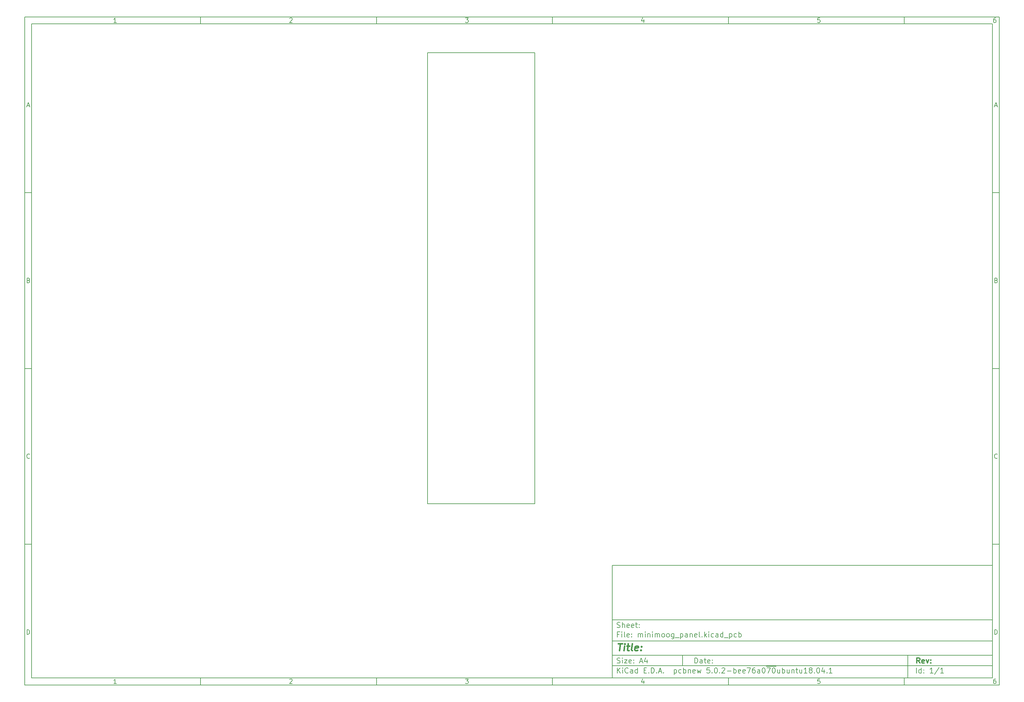
<source format=gbr>
G04 #@! TF.GenerationSoftware,KiCad,Pcbnew,5.0.2-bee76a0~70~ubuntu18.04.1*
G04 #@! TF.CreationDate,2019-05-07T20:11:16+10:00*
G04 #@! TF.ProjectId,minimoog_panel,6d696e69-6d6f-46f6-975f-70616e656c2e,rev?*
G04 #@! TF.SameCoordinates,Original*
G04 #@! TF.FileFunction,Profile,NP*
%FSLAX46Y46*%
G04 Gerber Fmt 4.6, Leading zero omitted, Abs format (unit mm)*
G04 Created by KiCad (PCBNEW 5.0.2-bee76a0~70~ubuntu18.04.1) date Tue 07 May 2019 20:11:16 AEST*
%MOMM*%
%LPD*%
G01*
G04 APERTURE LIST*
%ADD10C,0.100000*%
%ADD11C,0.150000*%
%ADD12C,0.300000*%
%ADD13C,0.400000*%
G04 APERTURE END LIST*
D10*
D11*
X177002200Y-166007200D02*
X177002200Y-198007200D01*
X285002200Y-198007200D01*
X285002200Y-166007200D01*
X177002200Y-166007200D01*
D10*
D11*
X10000000Y-10000000D02*
X10000000Y-200007200D01*
X287002200Y-200007200D01*
X287002200Y-10000000D01*
X10000000Y-10000000D01*
D10*
D11*
X12000000Y-12000000D02*
X12000000Y-198007200D01*
X285002200Y-198007200D01*
X285002200Y-12000000D01*
X12000000Y-12000000D01*
D10*
D11*
X60000000Y-12000000D02*
X60000000Y-10000000D01*
D10*
D11*
X110000000Y-12000000D02*
X110000000Y-10000000D01*
D10*
D11*
X160000000Y-12000000D02*
X160000000Y-10000000D01*
D10*
D11*
X210000000Y-12000000D02*
X210000000Y-10000000D01*
D10*
D11*
X260000000Y-12000000D02*
X260000000Y-10000000D01*
D10*
D11*
X36065476Y-11588095D02*
X35322619Y-11588095D01*
X35694047Y-11588095D02*
X35694047Y-10288095D01*
X35570238Y-10473809D01*
X35446428Y-10597619D01*
X35322619Y-10659523D01*
D10*
D11*
X85322619Y-10411904D02*
X85384523Y-10350000D01*
X85508333Y-10288095D01*
X85817857Y-10288095D01*
X85941666Y-10350000D01*
X86003571Y-10411904D01*
X86065476Y-10535714D01*
X86065476Y-10659523D01*
X86003571Y-10845238D01*
X85260714Y-11588095D01*
X86065476Y-11588095D01*
D10*
D11*
X135260714Y-10288095D02*
X136065476Y-10288095D01*
X135632142Y-10783333D01*
X135817857Y-10783333D01*
X135941666Y-10845238D01*
X136003571Y-10907142D01*
X136065476Y-11030952D01*
X136065476Y-11340476D01*
X136003571Y-11464285D01*
X135941666Y-11526190D01*
X135817857Y-11588095D01*
X135446428Y-11588095D01*
X135322619Y-11526190D01*
X135260714Y-11464285D01*
D10*
D11*
X185941666Y-10721428D02*
X185941666Y-11588095D01*
X185632142Y-10226190D02*
X185322619Y-11154761D01*
X186127380Y-11154761D01*
D10*
D11*
X236003571Y-10288095D02*
X235384523Y-10288095D01*
X235322619Y-10907142D01*
X235384523Y-10845238D01*
X235508333Y-10783333D01*
X235817857Y-10783333D01*
X235941666Y-10845238D01*
X236003571Y-10907142D01*
X236065476Y-11030952D01*
X236065476Y-11340476D01*
X236003571Y-11464285D01*
X235941666Y-11526190D01*
X235817857Y-11588095D01*
X235508333Y-11588095D01*
X235384523Y-11526190D01*
X235322619Y-11464285D01*
D10*
D11*
X285941666Y-10288095D02*
X285694047Y-10288095D01*
X285570238Y-10350000D01*
X285508333Y-10411904D01*
X285384523Y-10597619D01*
X285322619Y-10845238D01*
X285322619Y-11340476D01*
X285384523Y-11464285D01*
X285446428Y-11526190D01*
X285570238Y-11588095D01*
X285817857Y-11588095D01*
X285941666Y-11526190D01*
X286003571Y-11464285D01*
X286065476Y-11340476D01*
X286065476Y-11030952D01*
X286003571Y-10907142D01*
X285941666Y-10845238D01*
X285817857Y-10783333D01*
X285570238Y-10783333D01*
X285446428Y-10845238D01*
X285384523Y-10907142D01*
X285322619Y-11030952D01*
D10*
D11*
X60000000Y-198007200D02*
X60000000Y-200007200D01*
D10*
D11*
X110000000Y-198007200D02*
X110000000Y-200007200D01*
D10*
D11*
X160000000Y-198007200D02*
X160000000Y-200007200D01*
D10*
D11*
X210000000Y-198007200D02*
X210000000Y-200007200D01*
D10*
D11*
X260000000Y-198007200D02*
X260000000Y-200007200D01*
D10*
D11*
X36065476Y-199595295D02*
X35322619Y-199595295D01*
X35694047Y-199595295D02*
X35694047Y-198295295D01*
X35570238Y-198481009D01*
X35446428Y-198604819D01*
X35322619Y-198666723D01*
D10*
D11*
X85322619Y-198419104D02*
X85384523Y-198357200D01*
X85508333Y-198295295D01*
X85817857Y-198295295D01*
X85941666Y-198357200D01*
X86003571Y-198419104D01*
X86065476Y-198542914D01*
X86065476Y-198666723D01*
X86003571Y-198852438D01*
X85260714Y-199595295D01*
X86065476Y-199595295D01*
D10*
D11*
X135260714Y-198295295D02*
X136065476Y-198295295D01*
X135632142Y-198790533D01*
X135817857Y-198790533D01*
X135941666Y-198852438D01*
X136003571Y-198914342D01*
X136065476Y-199038152D01*
X136065476Y-199347676D01*
X136003571Y-199471485D01*
X135941666Y-199533390D01*
X135817857Y-199595295D01*
X135446428Y-199595295D01*
X135322619Y-199533390D01*
X135260714Y-199471485D01*
D10*
D11*
X185941666Y-198728628D02*
X185941666Y-199595295D01*
X185632142Y-198233390D02*
X185322619Y-199161961D01*
X186127380Y-199161961D01*
D10*
D11*
X236003571Y-198295295D02*
X235384523Y-198295295D01*
X235322619Y-198914342D01*
X235384523Y-198852438D01*
X235508333Y-198790533D01*
X235817857Y-198790533D01*
X235941666Y-198852438D01*
X236003571Y-198914342D01*
X236065476Y-199038152D01*
X236065476Y-199347676D01*
X236003571Y-199471485D01*
X235941666Y-199533390D01*
X235817857Y-199595295D01*
X235508333Y-199595295D01*
X235384523Y-199533390D01*
X235322619Y-199471485D01*
D10*
D11*
X285941666Y-198295295D02*
X285694047Y-198295295D01*
X285570238Y-198357200D01*
X285508333Y-198419104D01*
X285384523Y-198604819D01*
X285322619Y-198852438D01*
X285322619Y-199347676D01*
X285384523Y-199471485D01*
X285446428Y-199533390D01*
X285570238Y-199595295D01*
X285817857Y-199595295D01*
X285941666Y-199533390D01*
X286003571Y-199471485D01*
X286065476Y-199347676D01*
X286065476Y-199038152D01*
X286003571Y-198914342D01*
X285941666Y-198852438D01*
X285817857Y-198790533D01*
X285570238Y-198790533D01*
X285446428Y-198852438D01*
X285384523Y-198914342D01*
X285322619Y-199038152D01*
D10*
D11*
X10000000Y-60000000D02*
X12000000Y-60000000D01*
D10*
D11*
X10000000Y-110000000D02*
X12000000Y-110000000D01*
D10*
D11*
X10000000Y-160000000D02*
X12000000Y-160000000D01*
D10*
D11*
X10690476Y-35216666D02*
X11309523Y-35216666D01*
X10566666Y-35588095D02*
X11000000Y-34288095D01*
X11433333Y-35588095D01*
D10*
D11*
X11092857Y-84907142D02*
X11278571Y-84969047D01*
X11340476Y-85030952D01*
X11402380Y-85154761D01*
X11402380Y-85340476D01*
X11340476Y-85464285D01*
X11278571Y-85526190D01*
X11154761Y-85588095D01*
X10659523Y-85588095D01*
X10659523Y-84288095D01*
X11092857Y-84288095D01*
X11216666Y-84350000D01*
X11278571Y-84411904D01*
X11340476Y-84535714D01*
X11340476Y-84659523D01*
X11278571Y-84783333D01*
X11216666Y-84845238D01*
X11092857Y-84907142D01*
X10659523Y-84907142D01*
D10*
D11*
X11402380Y-135464285D02*
X11340476Y-135526190D01*
X11154761Y-135588095D01*
X11030952Y-135588095D01*
X10845238Y-135526190D01*
X10721428Y-135402380D01*
X10659523Y-135278571D01*
X10597619Y-135030952D01*
X10597619Y-134845238D01*
X10659523Y-134597619D01*
X10721428Y-134473809D01*
X10845238Y-134350000D01*
X11030952Y-134288095D01*
X11154761Y-134288095D01*
X11340476Y-134350000D01*
X11402380Y-134411904D01*
D10*
D11*
X10659523Y-185588095D02*
X10659523Y-184288095D01*
X10969047Y-184288095D01*
X11154761Y-184350000D01*
X11278571Y-184473809D01*
X11340476Y-184597619D01*
X11402380Y-184845238D01*
X11402380Y-185030952D01*
X11340476Y-185278571D01*
X11278571Y-185402380D01*
X11154761Y-185526190D01*
X10969047Y-185588095D01*
X10659523Y-185588095D01*
D10*
D11*
X287002200Y-60000000D02*
X285002200Y-60000000D01*
D10*
D11*
X287002200Y-110000000D02*
X285002200Y-110000000D01*
D10*
D11*
X287002200Y-160000000D02*
X285002200Y-160000000D01*
D10*
D11*
X285692676Y-35216666D02*
X286311723Y-35216666D01*
X285568866Y-35588095D02*
X286002200Y-34288095D01*
X286435533Y-35588095D01*
D10*
D11*
X286095057Y-84907142D02*
X286280771Y-84969047D01*
X286342676Y-85030952D01*
X286404580Y-85154761D01*
X286404580Y-85340476D01*
X286342676Y-85464285D01*
X286280771Y-85526190D01*
X286156961Y-85588095D01*
X285661723Y-85588095D01*
X285661723Y-84288095D01*
X286095057Y-84288095D01*
X286218866Y-84350000D01*
X286280771Y-84411904D01*
X286342676Y-84535714D01*
X286342676Y-84659523D01*
X286280771Y-84783333D01*
X286218866Y-84845238D01*
X286095057Y-84907142D01*
X285661723Y-84907142D01*
D10*
D11*
X286404580Y-135464285D02*
X286342676Y-135526190D01*
X286156961Y-135588095D01*
X286033152Y-135588095D01*
X285847438Y-135526190D01*
X285723628Y-135402380D01*
X285661723Y-135278571D01*
X285599819Y-135030952D01*
X285599819Y-134845238D01*
X285661723Y-134597619D01*
X285723628Y-134473809D01*
X285847438Y-134350000D01*
X286033152Y-134288095D01*
X286156961Y-134288095D01*
X286342676Y-134350000D01*
X286404580Y-134411904D01*
D10*
D11*
X285661723Y-185588095D02*
X285661723Y-184288095D01*
X285971247Y-184288095D01*
X286156961Y-184350000D01*
X286280771Y-184473809D01*
X286342676Y-184597619D01*
X286404580Y-184845238D01*
X286404580Y-185030952D01*
X286342676Y-185278571D01*
X286280771Y-185402380D01*
X286156961Y-185526190D01*
X285971247Y-185588095D01*
X285661723Y-185588095D01*
D10*
D11*
X200434342Y-193785771D02*
X200434342Y-192285771D01*
X200791485Y-192285771D01*
X201005771Y-192357200D01*
X201148628Y-192500057D01*
X201220057Y-192642914D01*
X201291485Y-192928628D01*
X201291485Y-193142914D01*
X201220057Y-193428628D01*
X201148628Y-193571485D01*
X201005771Y-193714342D01*
X200791485Y-193785771D01*
X200434342Y-193785771D01*
X202577200Y-193785771D02*
X202577200Y-193000057D01*
X202505771Y-192857200D01*
X202362914Y-192785771D01*
X202077200Y-192785771D01*
X201934342Y-192857200D01*
X202577200Y-193714342D02*
X202434342Y-193785771D01*
X202077200Y-193785771D01*
X201934342Y-193714342D01*
X201862914Y-193571485D01*
X201862914Y-193428628D01*
X201934342Y-193285771D01*
X202077200Y-193214342D01*
X202434342Y-193214342D01*
X202577200Y-193142914D01*
X203077200Y-192785771D02*
X203648628Y-192785771D01*
X203291485Y-192285771D02*
X203291485Y-193571485D01*
X203362914Y-193714342D01*
X203505771Y-193785771D01*
X203648628Y-193785771D01*
X204720057Y-193714342D02*
X204577200Y-193785771D01*
X204291485Y-193785771D01*
X204148628Y-193714342D01*
X204077200Y-193571485D01*
X204077200Y-193000057D01*
X204148628Y-192857200D01*
X204291485Y-192785771D01*
X204577200Y-192785771D01*
X204720057Y-192857200D01*
X204791485Y-193000057D01*
X204791485Y-193142914D01*
X204077200Y-193285771D01*
X205434342Y-193642914D02*
X205505771Y-193714342D01*
X205434342Y-193785771D01*
X205362914Y-193714342D01*
X205434342Y-193642914D01*
X205434342Y-193785771D01*
X205434342Y-192857200D02*
X205505771Y-192928628D01*
X205434342Y-193000057D01*
X205362914Y-192928628D01*
X205434342Y-192857200D01*
X205434342Y-193000057D01*
D10*
D11*
X177002200Y-194507200D02*
X285002200Y-194507200D01*
D10*
D11*
X178434342Y-196585771D02*
X178434342Y-195085771D01*
X179291485Y-196585771D02*
X178648628Y-195728628D01*
X179291485Y-195085771D02*
X178434342Y-195942914D01*
X179934342Y-196585771D02*
X179934342Y-195585771D01*
X179934342Y-195085771D02*
X179862914Y-195157200D01*
X179934342Y-195228628D01*
X180005771Y-195157200D01*
X179934342Y-195085771D01*
X179934342Y-195228628D01*
X181505771Y-196442914D02*
X181434342Y-196514342D01*
X181220057Y-196585771D01*
X181077200Y-196585771D01*
X180862914Y-196514342D01*
X180720057Y-196371485D01*
X180648628Y-196228628D01*
X180577200Y-195942914D01*
X180577200Y-195728628D01*
X180648628Y-195442914D01*
X180720057Y-195300057D01*
X180862914Y-195157200D01*
X181077200Y-195085771D01*
X181220057Y-195085771D01*
X181434342Y-195157200D01*
X181505771Y-195228628D01*
X182791485Y-196585771D02*
X182791485Y-195800057D01*
X182720057Y-195657200D01*
X182577200Y-195585771D01*
X182291485Y-195585771D01*
X182148628Y-195657200D01*
X182791485Y-196514342D02*
X182648628Y-196585771D01*
X182291485Y-196585771D01*
X182148628Y-196514342D01*
X182077200Y-196371485D01*
X182077200Y-196228628D01*
X182148628Y-196085771D01*
X182291485Y-196014342D01*
X182648628Y-196014342D01*
X182791485Y-195942914D01*
X184148628Y-196585771D02*
X184148628Y-195085771D01*
X184148628Y-196514342D02*
X184005771Y-196585771D01*
X183720057Y-196585771D01*
X183577200Y-196514342D01*
X183505771Y-196442914D01*
X183434342Y-196300057D01*
X183434342Y-195871485D01*
X183505771Y-195728628D01*
X183577200Y-195657200D01*
X183720057Y-195585771D01*
X184005771Y-195585771D01*
X184148628Y-195657200D01*
X186005771Y-195800057D02*
X186505771Y-195800057D01*
X186720057Y-196585771D02*
X186005771Y-196585771D01*
X186005771Y-195085771D01*
X186720057Y-195085771D01*
X187362914Y-196442914D02*
X187434342Y-196514342D01*
X187362914Y-196585771D01*
X187291485Y-196514342D01*
X187362914Y-196442914D01*
X187362914Y-196585771D01*
X188077200Y-196585771D02*
X188077200Y-195085771D01*
X188434342Y-195085771D01*
X188648628Y-195157200D01*
X188791485Y-195300057D01*
X188862914Y-195442914D01*
X188934342Y-195728628D01*
X188934342Y-195942914D01*
X188862914Y-196228628D01*
X188791485Y-196371485D01*
X188648628Y-196514342D01*
X188434342Y-196585771D01*
X188077200Y-196585771D01*
X189577200Y-196442914D02*
X189648628Y-196514342D01*
X189577200Y-196585771D01*
X189505771Y-196514342D01*
X189577200Y-196442914D01*
X189577200Y-196585771D01*
X190220057Y-196157200D02*
X190934342Y-196157200D01*
X190077200Y-196585771D02*
X190577200Y-195085771D01*
X191077200Y-196585771D01*
X191577200Y-196442914D02*
X191648628Y-196514342D01*
X191577200Y-196585771D01*
X191505771Y-196514342D01*
X191577200Y-196442914D01*
X191577200Y-196585771D01*
X194577200Y-195585771D02*
X194577200Y-197085771D01*
X194577200Y-195657200D02*
X194720057Y-195585771D01*
X195005771Y-195585771D01*
X195148628Y-195657200D01*
X195220057Y-195728628D01*
X195291485Y-195871485D01*
X195291485Y-196300057D01*
X195220057Y-196442914D01*
X195148628Y-196514342D01*
X195005771Y-196585771D01*
X194720057Y-196585771D01*
X194577200Y-196514342D01*
X196577200Y-196514342D02*
X196434342Y-196585771D01*
X196148628Y-196585771D01*
X196005771Y-196514342D01*
X195934342Y-196442914D01*
X195862914Y-196300057D01*
X195862914Y-195871485D01*
X195934342Y-195728628D01*
X196005771Y-195657200D01*
X196148628Y-195585771D01*
X196434342Y-195585771D01*
X196577200Y-195657200D01*
X197220057Y-196585771D02*
X197220057Y-195085771D01*
X197220057Y-195657200D02*
X197362914Y-195585771D01*
X197648628Y-195585771D01*
X197791485Y-195657200D01*
X197862914Y-195728628D01*
X197934342Y-195871485D01*
X197934342Y-196300057D01*
X197862914Y-196442914D01*
X197791485Y-196514342D01*
X197648628Y-196585771D01*
X197362914Y-196585771D01*
X197220057Y-196514342D01*
X198577200Y-195585771D02*
X198577200Y-196585771D01*
X198577200Y-195728628D02*
X198648628Y-195657200D01*
X198791485Y-195585771D01*
X199005771Y-195585771D01*
X199148628Y-195657200D01*
X199220057Y-195800057D01*
X199220057Y-196585771D01*
X200505771Y-196514342D02*
X200362914Y-196585771D01*
X200077200Y-196585771D01*
X199934342Y-196514342D01*
X199862914Y-196371485D01*
X199862914Y-195800057D01*
X199934342Y-195657200D01*
X200077200Y-195585771D01*
X200362914Y-195585771D01*
X200505771Y-195657200D01*
X200577200Y-195800057D01*
X200577200Y-195942914D01*
X199862914Y-196085771D01*
X201077200Y-195585771D02*
X201362914Y-196585771D01*
X201648628Y-195871485D01*
X201934342Y-196585771D01*
X202220057Y-195585771D01*
X204648628Y-195085771D02*
X203934342Y-195085771D01*
X203862914Y-195800057D01*
X203934342Y-195728628D01*
X204077200Y-195657200D01*
X204434342Y-195657200D01*
X204577200Y-195728628D01*
X204648628Y-195800057D01*
X204720057Y-195942914D01*
X204720057Y-196300057D01*
X204648628Y-196442914D01*
X204577200Y-196514342D01*
X204434342Y-196585771D01*
X204077200Y-196585771D01*
X203934342Y-196514342D01*
X203862914Y-196442914D01*
X205362914Y-196442914D02*
X205434342Y-196514342D01*
X205362914Y-196585771D01*
X205291485Y-196514342D01*
X205362914Y-196442914D01*
X205362914Y-196585771D01*
X206362914Y-195085771D02*
X206505771Y-195085771D01*
X206648628Y-195157200D01*
X206720057Y-195228628D01*
X206791485Y-195371485D01*
X206862914Y-195657200D01*
X206862914Y-196014342D01*
X206791485Y-196300057D01*
X206720057Y-196442914D01*
X206648628Y-196514342D01*
X206505771Y-196585771D01*
X206362914Y-196585771D01*
X206220057Y-196514342D01*
X206148628Y-196442914D01*
X206077200Y-196300057D01*
X206005771Y-196014342D01*
X206005771Y-195657200D01*
X206077200Y-195371485D01*
X206148628Y-195228628D01*
X206220057Y-195157200D01*
X206362914Y-195085771D01*
X207505771Y-196442914D02*
X207577200Y-196514342D01*
X207505771Y-196585771D01*
X207434342Y-196514342D01*
X207505771Y-196442914D01*
X207505771Y-196585771D01*
X208148628Y-195228628D02*
X208220057Y-195157200D01*
X208362914Y-195085771D01*
X208720057Y-195085771D01*
X208862914Y-195157200D01*
X208934342Y-195228628D01*
X209005771Y-195371485D01*
X209005771Y-195514342D01*
X208934342Y-195728628D01*
X208077200Y-196585771D01*
X209005771Y-196585771D01*
X209648628Y-196014342D02*
X210791485Y-196014342D01*
X211505771Y-196585771D02*
X211505771Y-195085771D01*
X211505771Y-195657200D02*
X211648628Y-195585771D01*
X211934342Y-195585771D01*
X212077200Y-195657200D01*
X212148628Y-195728628D01*
X212220057Y-195871485D01*
X212220057Y-196300057D01*
X212148628Y-196442914D01*
X212077200Y-196514342D01*
X211934342Y-196585771D01*
X211648628Y-196585771D01*
X211505771Y-196514342D01*
X213434342Y-196514342D02*
X213291485Y-196585771D01*
X213005771Y-196585771D01*
X212862914Y-196514342D01*
X212791485Y-196371485D01*
X212791485Y-195800057D01*
X212862914Y-195657200D01*
X213005771Y-195585771D01*
X213291485Y-195585771D01*
X213434342Y-195657200D01*
X213505771Y-195800057D01*
X213505771Y-195942914D01*
X212791485Y-196085771D01*
X214720057Y-196514342D02*
X214577200Y-196585771D01*
X214291485Y-196585771D01*
X214148628Y-196514342D01*
X214077200Y-196371485D01*
X214077200Y-195800057D01*
X214148628Y-195657200D01*
X214291485Y-195585771D01*
X214577200Y-195585771D01*
X214720057Y-195657200D01*
X214791485Y-195800057D01*
X214791485Y-195942914D01*
X214077200Y-196085771D01*
X215291485Y-195085771D02*
X216291485Y-195085771D01*
X215648628Y-196585771D01*
X217505771Y-195085771D02*
X217220057Y-195085771D01*
X217077200Y-195157200D01*
X217005771Y-195228628D01*
X216862914Y-195442914D01*
X216791485Y-195728628D01*
X216791485Y-196300057D01*
X216862914Y-196442914D01*
X216934342Y-196514342D01*
X217077200Y-196585771D01*
X217362914Y-196585771D01*
X217505771Y-196514342D01*
X217577200Y-196442914D01*
X217648628Y-196300057D01*
X217648628Y-195942914D01*
X217577200Y-195800057D01*
X217505771Y-195728628D01*
X217362914Y-195657200D01*
X217077200Y-195657200D01*
X216934342Y-195728628D01*
X216862914Y-195800057D01*
X216791485Y-195942914D01*
X218934342Y-196585771D02*
X218934342Y-195800057D01*
X218862914Y-195657200D01*
X218720057Y-195585771D01*
X218434342Y-195585771D01*
X218291485Y-195657200D01*
X218934342Y-196514342D02*
X218791485Y-196585771D01*
X218434342Y-196585771D01*
X218291485Y-196514342D01*
X218220057Y-196371485D01*
X218220057Y-196228628D01*
X218291485Y-196085771D01*
X218434342Y-196014342D01*
X218791485Y-196014342D01*
X218934342Y-195942914D01*
X219934342Y-195085771D02*
X220077200Y-195085771D01*
X220220057Y-195157200D01*
X220291485Y-195228628D01*
X220362914Y-195371485D01*
X220434342Y-195657200D01*
X220434342Y-196014342D01*
X220362914Y-196300057D01*
X220291485Y-196442914D01*
X220220057Y-196514342D01*
X220077200Y-196585771D01*
X219934342Y-196585771D01*
X219791485Y-196514342D01*
X219720057Y-196442914D01*
X219648628Y-196300057D01*
X219577200Y-196014342D01*
X219577200Y-195657200D01*
X219648628Y-195371485D01*
X219720057Y-195228628D01*
X219791485Y-195157200D01*
X219934342Y-195085771D01*
X220720057Y-194677200D02*
X222148628Y-194677200D01*
X220934342Y-195085771D02*
X221934342Y-195085771D01*
X221291485Y-196585771D01*
X222148628Y-194677200D02*
X223577200Y-194677200D01*
X222791485Y-195085771D02*
X222934342Y-195085771D01*
X223077200Y-195157200D01*
X223148628Y-195228628D01*
X223220057Y-195371485D01*
X223291485Y-195657200D01*
X223291485Y-196014342D01*
X223220057Y-196300057D01*
X223148628Y-196442914D01*
X223077200Y-196514342D01*
X222934342Y-196585771D01*
X222791485Y-196585771D01*
X222648628Y-196514342D01*
X222577200Y-196442914D01*
X222505771Y-196300057D01*
X222434342Y-196014342D01*
X222434342Y-195657200D01*
X222505771Y-195371485D01*
X222577200Y-195228628D01*
X222648628Y-195157200D01*
X222791485Y-195085771D01*
X224577200Y-195585771D02*
X224577200Y-196585771D01*
X223934342Y-195585771D02*
X223934342Y-196371485D01*
X224005771Y-196514342D01*
X224148628Y-196585771D01*
X224362914Y-196585771D01*
X224505771Y-196514342D01*
X224577200Y-196442914D01*
X225291485Y-196585771D02*
X225291485Y-195085771D01*
X225291485Y-195657200D02*
X225434342Y-195585771D01*
X225720057Y-195585771D01*
X225862914Y-195657200D01*
X225934342Y-195728628D01*
X226005771Y-195871485D01*
X226005771Y-196300057D01*
X225934342Y-196442914D01*
X225862914Y-196514342D01*
X225720057Y-196585771D01*
X225434342Y-196585771D01*
X225291485Y-196514342D01*
X227291485Y-195585771D02*
X227291485Y-196585771D01*
X226648628Y-195585771D02*
X226648628Y-196371485D01*
X226720057Y-196514342D01*
X226862914Y-196585771D01*
X227077200Y-196585771D01*
X227220057Y-196514342D01*
X227291485Y-196442914D01*
X228005771Y-195585771D02*
X228005771Y-196585771D01*
X228005771Y-195728628D02*
X228077200Y-195657200D01*
X228220057Y-195585771D01*
X228434342Y-195585771D01*
X228577200Y-195657200D01*
X228648628Y-195800057D01*
X228648628Y-196585771D01*
X229148628Y-195585771D02*
X229720057Y-195585771D01*
X229362914Y-195085771D02*
X229362914Y-196371485D01*
X229434342Y-196514342D01*
X229577200Y-196585771D01*
X229720057Y-196585771D01*
X230862914Y-195585771D02*
X230862914Y-196585771D01*
X230220057Y-195585771D02*
X230220057Y-196371485D01*
X230291485Y-196514342D01*
X230434342Y-196585771D01*
X230648628Y-196585771D01*
X230791485Y-196514342D01*
X230862914Y-196442914D01*
X232362914Y-196585771D02*
X231505771Y-196585771D01*
X231934342Y-196585771D02*
X231934342Y-195085771D01*
X231791485Y-195300057D01*
X231648628Y-195442914D01*
X231505771Y-195514342D01*
X233220057Y-195728628D02*
X233077200Y-195657200D01*
X233005771Y-195585771D01*
X232934342Y-195442914D01*
X232934342Y-195371485D01*
X233005771Y-195228628D01*
X233077200Y-195157200D01*
X233220057Y-195085771D01*
X233505771Y-195085771D01*
X233648628Y-195157200D01*
X233720057Y-195228628D01*
X233791485Y-195371485D01*
X233791485Y-195442914D01*
X233720057Y-195585771D01*
X233648628Y-195657200D01*
X233505771Y-195728628D01*
X233220057Y-195728628D01*
X233077200Y-195800057D01*
X233005771Y-195871485D01*
X232934342Y-196014342D01*
X232934342Y-196300057D01*
X233005771Y-196442914D01*
X233077200Y-196514342D01*
X233220057Y-196585771D01*
X233505771Y-196585771D01*
X233648628Y-196514342D01*
X233720057Y-196442914D01*
X233791485Y-196300057D01*
X233791485Y-196014342D01*
X233720057Y-195871485D01*
X233648628Y-195800057D01*
X233505771Y-195728628D01*
X234434342Y-196442914D02*
X234505771Y-196514342D01*
X234434342Y-196585771D01*
X234362914Y-196514342D01*
X234434342Y-196442914D01*
X234434342Y-196585771D01*
X235434342Y-195085771D02*
X235577200Y-195085771D01*
X235720057Y-195157200D01*
X235791485Y-195228628D01*
X235862914Y-195371485D01*
X235934342Y-195657200D01*
X235934342Y-196014342D01*
X235862914Y-196300057D01*
X235791485Y-196442914D01*
X235720057Y-196514342D01*
X235577200Y-196585771D01*
X235434342Y-196585771D01*
X235291485Y-196514342D01*
X235220057Y-196442914D01*
X235148628Y-196300057D01*
X235077200Y-196014342D01*
X235077200Y-195657200D01*
X235148628Y-195371485D01*
X235220057Y-195228628D01*
X235291485Y-195157200D01*
X235434342Y-195085771D01*
X237220057Y-195585771D02*
X237220057Y-196585771D01*
X236862914Y-195014342D02*
X236505771Y-196085771D01*
X237434342Y-196085771D01*
X238005771Y-196442914D02*
X238077199Y-196514342D01*
X238005771Y-196585771D01*
X237934342Y-196514342D01*
X238005771Y-196442914D01*
X238005771Y-196585771D01*
X239505771Y-196585771D02*
X238648628Y-196585771D01*
X239077200Y-196585771D02*
X239077200Y-195085771D01*
X238934342Y-195300057D01*
X238791485Y-195442914D01*
X238648628Y-195514342D01*
D10*
D11*
X177002200Y-191507200D02*
X285002200Y-191507200D01*
D10*
D12*
X264411485Y-193785771D02*
X263911485Y-193071485D01*
X263554342Y-193785771D02*
X263554342Y-192285771D01*
X264125771Y-192285771D01*
X264268628Y-192357200D01*
X264340057Y-192428628D01*
X264411485Y-192571485D01*
X264411485Y-192785771D01*
X264340057Y-192928628D01*
X264268628Y-193000057D01*
X264125771Y-193071485D01*
X263554342Y-193071485D01*
X265625771Y-193714342D02*
X265482914Y-193785771D01*
X265197200Y-193785771D01*
X265054342Y-193714342D01*
X264982914Y-193571485D01*
X264982914Y-193000057D01*
X265054342Y-192857200D01*
X265197200Y-192785771D01*
X265482914Y-192785771D01*
X265625771Y-192857200D01*
X265697200Y-193000057D01*
X265697200Y-193142914D01*
X264982914Y-193285771D01*
X266197200Y-192785771D02*
X266554342Y-193785771D01*
X266911485Y-192785771D01*
X267482914Y-193642914D02*
X267554342Y-193714342D01*
X267482914Y-193785771D01*
X267411485Y-193714342D01*
X267482914Y-193642914D01*
X267482914Y-193785771D01*
X267482914Y-192857200D02*
X267554342Y-192928628D01*
X267482914Y-193000057D01*
X267411485Y-192928628D01*
X267482914Y-192857200D01*
X267482914Y-193000057D01*
D10*
D11*
X178362914Y-193714342D02*
X178577200Y-193785771D01*
X178934342Y-193785771D01*
X179077200Y-193714342D01*
X179148628Y-193642914D01*
X179220057Y-193500057D01*
X179220057Y-193357200D01*
X179148628Y-193214342D01*
X179077200Y-193142914D01*
X178934342Y-193071485D01*
X178648628Y-193000057D01*
X178505771Y-192928628D01*
X178434342Y-192857200D01*
X178362914Y-192714342D01*
X178362914Y-192571485D01*
X178434342Y-192428628D01*
X178505771Y-192357200D01*
X178648628Y-192285771D01*
X179005771Y-192285771D01*
X179220057Y-192357200D01*
X179862914Y-193785771D02*
X179862914Y-192785771D01*
X179862914Y-192285771D02*
X179791485Y-192357200D01*
X179862914Y-192428628D01*
X179934342Y-192357200D01*
X179862914Y-192285771D01*
X179862914Y-192428628D01*
X180434342Y-192785771D02*
X181220057Y-192785771D01*
X180434342Y-193785771D01*
X181220057Y-193785771D01*
X182362914Y-193714342D02*
X182220057Y-193785771D01*
X181934342Y-193785771D01*
X181791485Y-193714342D01*
X181720057Y-193571485D01*
X181720057Y-193000057D01*
X181791485Y-192857200D01*
X181934342Y-192785771D01*
X182220057Y-192785771D01*
X182362914Y-192857200D01*
X182434342Y-193000057D01*
X182434342Y-193142914D01*
X181720057Y-193285771D01*
X183077200Y-193642914D02*
X183148628Y-193714342D01*
X183077200Y-193785771D01*
X183005771Y-193714342D01*
X183077200Y-193642914D01*
X183077200Y-193785771D01*
X183077200Y-192857200D02*
X183148628Y-192928628D01*
X183077200Y-193000057D01*
X183005771Y-192928628D01*
X183077200Y-192857200D01*
X183077200Y-193000057D01*
X184862914Y-193357200D02*
X185577200Y-193357200D01*
X184720057Y-193785771D02*
X185220057Y-192285771D01*
X185720057Y-193785771D01*
X186862914Y-192785771D02*
X186862914Y-193785771D01*
X186505771Y-192214342D02*
X186148628Y-193285771D01*
X187077200Y-193285771D01*
D10*
D11*
X263434342Y-196585771D02*
X263434342Y-195085771D01*
X264791485Y-196585771D02*
X264791485Y-195085771D01*
X264791485Y-196514342D02*
X264648628Y-196585771D01*
X264362914Y-196585771D01*
X264220057Y-196514342D01*
X264148628Y-196442914D01*
X264077200Y-196300057D01*
X264077200Y-195871485D01*
X264148628Y-195728628D01*
X264220057Y-195657200D01*
X264362914Y-195585771D01*
X264648628Y-195585771D01*
X264791485Y-195657200D01*
X265505771Y-196442914D02*
X265577200Y-196514342D01*
X265505771Y-196585771D01*
X265434342Y-196514342D01*
X265505771Y-196442914D01*
X265505771Y-196585771D01*
X265505771Y-195657200D02*
X265577200Y-195728628D01*
X265505771Y-195800057D01*
X265434342Y-195728628D01*
X265505771Y-195657200D01*
X265505771Y-195800057D01*
X268148628Y-196585771D02*
X267291485Y-196585771D01*
X267720057Y-196585771D02*
X267720057Y-195085771D01*
X267577200Y-195300057D01*
X267434342Y-195442914D01*
X267291485Y-195514342D01*
X269862914Y-195014342D02*
X268577200Y-196942914D01*
X271148628Y-196585771D02*
X270291485Y-196585771D01*
X270720057Y-196585771D02*
X270720057Y-195085771D01*
X270577200Y-195300057D01*
X270434342Y-195442914D01*
X270291485Y-195514342D01*
D10*
D11*
X177002200Y-187507200D02*
X285002200Y-187507200D01*
D10*
D13*
X178714580Y-188211961D02*
X179857438Y-188211961D01*
X179036009Y-190211961D02*
X179286009Y-188211961D01*
X180274104Y-190211961D02*
X180440771Y-188878628D01*
X180524104Y-188211961D02*
X180416961Y-188307200D01*
X180500295Y-188402438D01*
X180607438Y-188307200D01*
X180524104Y-188211961D01*
X180500295Y-188402438D01*
X181107438Y-188878628D02*
X181869342Y-188878628D01*
X181476485Y-188211961D02*
X181262200Y-189926247D01*
X181333628Y-190116723D01*
X181512200Y-190211961D01*
X181702676Y-190211961D01*
X182655057Y-190211961D02*
X182476485Y-190116723D01*
X182405057Y-189926247D01*
X182619342Y-188211961D01*
X184190771Y-190116723D02*
X183988390Y-190211961D01*
X183607438Y-190211961D01*
X183428866Y-190116723D01*
X183357438Y-189926247D01*
X183452676Y-189164342D01*
X183571723Y-188973866D01*
X183774104Y-188878628D01*
X184155057Y-188878628D01*
X184333628Y-188973866D01*
X184405057Y-189164342D01*
X184381247Y-189354819D01*
X183405057Y-189545295D01*
X185155057Y-190021485D02*
X185238390Y-190116723D01*
X185131247Y-190211961D01*
X185047914Y-190116723D01*
X185155057Y-190021485D01*
X185131247Y-190211961D01*
X185286009Y-188973866D02*
X185369342Y-189069104D01*
X185262200Y-189164342D01*
X185178866Y-189069104D01*
X185286009Y-188973866D01*
X185262200Y-189164342D01*
D10*
D11*
X178934342Y-185600057D02*
X178434342Y-185600057D01*
X178434342Y-186385771D02*
X178434342Y-184885771D01*
X179148628Y-184885771D01*
X179720057Y-186385771D02*
X179720057Y-185385771D01*
X179720057Y-184885771D02*
X179648628Y-184957200D01*
X179720057Y-185028628D01*
X179791485Y-184957200D01*
X179720057Y-184885771D01*
X179720057Y-185028628D01*
X180648628Y-186385771D02*
X180505771Y-186314342D01*
X180434342Y-186171485D01*
X180434342Y-184885771D01*
X181791485Y-186314342D02*
X181648628Y-186385771D01*
X181362914Y-186385771D01*
X181220057Y-186314342D01*
X181148628Y-186171485D01*
X181148628Y-185600057D01*
X181220057Y-185457200D01*
X181362914Y-185385771D01*
X181648628Y-185385771D01*
X181791485Y-185457200D01*
X181862914Y-185600057D01*
X181862914Y-185742914D01*
X181148628Y-185885771D01*
X182505771Y-186242914D02*
X182577200Y-186314342D01*
X182505771Y-186385771D01*
X182434342Y-186314342D01*
X182505771Y-186242914D01*
X182505771Y-186385771D01*
X182505771Y-185457200D02*
X182577200Y-185528628D01*
X182505771Y-185600057D01*
X182434342Y-185528628D01*
X182505771Y-185457200D01*
X182505771Y-185600057D01*
X184362914Y-186385771D02*
X184362914Y-185385771D01*
X184362914Y-185528628D02*
X184434342Y-185457200D01*
X184577200Y-185385771D01*
X184791485Y-185385771D01*
X184934342Y-185457200D01*
X185005771Y-185600057D01*
X185005771Y-186385771D01*
X185005771Y-185600057D02*
X185077200Y-185457200D01*
X185220057Y-185385771D01*
X185434342Y-185385771D01*
X185577200Y-185457200D01*
X185648628Y-185600057D01*
X185648628Y-186385771D01*
X186362914Y-186385771D02*
X186362914Y-185385771D01*
X186362914Y-184885771D02*
X186291485Y-184957200D01*
X186362914Y-185028628D01*
X186434342Y-184957200D01*
X186362914Y-184885771D01*
X186362914Y-185028628D01*
X187077200Y-185385771D02*
X187077200Y-186385771D01*
X187077200Y-185528628D02*
X187148628Y-185457200D01*
X187291485Y-185385771D01*
X187505771Y-185385771D01*
X187648628Y-185457200D01*
X187720057Y-185600057D01*
X187720057Y-186385771D01*
X188434342Y-186385771D02*
X188434342Y-185385771D01*
X188434342Y-184885771D02*
X188362914Y-184957200D01*
X188434342Y-185028628D01*
X188505771Y-184957200D01*
X188434342Y-184885771D01*
X188434342Y-185028628D01*
X189148628Y-186385771D02*
X189148628Y-185385771D01*
X189148628Y-185528628D02*
X189220057Y-185457200D01*
X189362914Y-185385771D01*
X189577200Y-185385771D01*
X189720057Y-185457200D01*
X189791485Y-185600057D01*
X189791485Y-186385771D01*
X189791485Y-185600057D02*
X189862914Y-185457200D01*
X190005771Y-185385771D01*
X190220057Y-185385771D01*
X190362914Y-185457200D01*
X190434342Y-185600057D01*
X190434342Y-186385771D01*
X191362914Y-186385771D02*
X191220057Y-186314342D01*
X191148628Y-186242914D01*
X191077200Y-186100057D01*
X191077200Y-185671485D01*
X191148628Y-185528628D01*
X191220057Y-185457200D01*
X191362914Y-185385771D01*
X191577200Y-185385771D01*
X191720057Y-185457200D01*
X191791485Y-185528628D01*
X191862914Y-185671485D01*
X191862914Y-186100057D01*
X191791485Y-186242914D01*
X191720057Y-186314342D01*
X191577200Y-186385771D01*
X191362914Y-186385771D01*
X192720057Y-186385771D02*
X192577200Y-186314342D01*
X192505771Y-186242914D01*
X192434342Y-186100057D01*
X192434342Y-185671485D01*
X192505771Y-185528628D01*
X192577200Y-185457200D01*
X192720057Y-185385771D01*
X192934342Y-185385771D01*
X193077200Y-185457200D01*
X193148628Y-185528628D01*
X193220057Y-185671485D01*
X193220057Y-186100057D01*
X193148628Y-186242914D01*
X193077200Y-186314342D01*
X192934342Y-186385771D01*
X192720057Y-186385771D01*
X194505771Y-185385771D02*
X194505771Y-186600057D01*
X194434342Y-186742914D01*
X194362914Y-186814342D01*
X194220057Y-186885771D01*
X194005771Y-186885771D01*
X193862914Y-186814342D01*
X194505771Y-186314342D02*
X194362914Y-186385771D01*
X194077200Y-186385771D01*
X193934342Y-186314342D01*
X193862914Y-186242914D01*
X193791485Y-186100057D01*
X193791485Y-185671485D01*
X193862914Y-185528628D01*
X193934342Y-185457200D01*
X194077200Y-185385771D01*
X194362914Y-185385771D01*
X194505771Y-185457200D01*
X194862914Y-186528628D02*
X196005771Y-186528628D01*
X196362914Y-185385771D02*
X196362914Y-186885771D01*
X196362914Y-185457200D02*
X196505771Y-185385771D01*
X196791485Y-185385771D01*
X196934342Y-185457200D01*
X197005771Y-185528628D01*
X197077200Y-185671485D01*
X197077200Y-186100057D01*
X197005771Y-186242914D01*
X196934342Y-186314342D01*
X196791485Y-186385771D01*
X196505771Y-186385771D01*
X196362914Y-186314342D01*
X198362914Y-186385771D02*
X198362914Y-185600057D01*
X198291485Y-185457200D01*
X198148628Y-185385771D01*
X197862914Y-185385771D01*
X197720057Y-185457200D01*
X198362914Y-186314342D02*
X198220057Y-186385771D01*
X197862914Y-186385771D01*
X197720057Y-186314342D01*
X197648628Y-186171485D01*
X197648628Y-186028628D01*
X197720057Y-185885771D01*
X197862914Y-185814342D01*
X198220057Y-185814342D01*
X198362914Y-185742914D01*
X199077200Y-185385771D02*
X199077200Y-186385771D01*
X199077200Y-185528628D02*
X199148628Y-185457200D01*
X199291485Y-185385771D01*
X199505771Y-185385771D01*
X199648628Y-185457200D01*
X199720057Y-185600057D01*
X199720057Y-186385771D01*
X201005771Y-186314342D02*
X200862914Y-186385771D01*
X200577200Y-186385771D01*
X200434342Y-186314342D01*
X200362914Y-186171485D01*
X200362914Y-185600057D01*
X200434342Y-185457200D01*
X200577200Y-185385771D01*
X200862914Y-185385771D01*
X201005771Y-185457200D01*
X201077200Y-185600057D01*
X201077200Y-185742914D01*
X200362914Y-185885771D01*
X201934342Y-186385771D02*
X201791485Y-186314342D01*
X201720057Y-186171485D01*
X201720057Y-184885771D01*
X202505771Y-186242914D02*
X202577200Y-186314342D01*
X202505771Y-186385771D01*
X202434342Y-186314342D01*
X202505771Y-186242914D01*
X202505771Y-186385771D01*
X203220057Y-186385771D02*
X203220057Y-184885771D01*
X203362914Y-185814342D02*
X203791485Y-186385771D01*
X203791485Y-185385771D02*
X203220057Y-185957200D01*
X204434342Y-186385771D02*
X204434342Y-185385771D01*
X204434342Y-184885771D02*
X204362914Y-184957200D01*
X204434342Y-185028628D01*
X204505771Y-184957200D01*
X204434342Y-184885771D01*
X204434342Y-185028628D01*
X205791485Y-186314342D02*
X205648628Y-186385771D01*
X205362914Y-186385771D01*
X205220057Y-186314342D01*
X205148628Y-186242914D01*
X205077200Y-186100057D01*
X205077200Y-185671485D01*
X205148628Y-185528628D01*
X205220057Y-185457200D01*
X205362914Y-185385771D01*
X205648628Y-185385771D01*
X205791485Y-185457200D01*
X207077200Y-186385771D02*
X207077200Y-185600057D01*
X207005771Y-185457200D01*
X206862914Y-185385771D01*
X206577200Y-185385771D01*
X206434342Y-185457200D01*
X207077200Y-186314342D02*
X206934342Y-186385771D01*
X206577200Y-186385771D01*
X206434342Y-186314342D01*
X206362914Y-186171485D01*
X206362914Y-186028628D01*
X206434342Y-185885771D01*
X206577200Y-185814342D01*
X206934342Y-185814342D01*
X207077200Y-185742914D01*
X208434342Y-186385771D02*
X208434342Y-184885771D01*
X208434342Y-186314342D02*
X208291485Y-186385771D01*
X208005771Y-186385771D01*
X207862914Y-186314342D01*
X207791485Y-186242914D01*
X207720057Y-186100057D01*
X207720057Y-185671485D01*
X207791485Y-185528628D01*
X207862914Y-185457200D01*
X208005771Y-185385771D01*
X208291485Y-185385771D01*
X208434342Y-185457200D01*
X208791485Y-186528628D02*
X209934342Y-186528628D01*
X210291485Y-185385771D02*
X210291485Y-186885771D01*
X210291485Y-185457200D02*
X210434342Y-185385771D01*
X210720057Y-185385771D01*
X210862914Y-185457200D01*
X210934342Y-185528628D01*
X211005771Y-185671485D01*
X211005771Y-186100057D01*
X210934342Y-186242914D01*
X210862914Y-186314342D01*
X210720057Y-186385771D01*
X210434342Y-186385771D01*
X210291485Y-186314342D01*
X212291485Y-186314342D02*
X212148628Y-186385771D01*
X211862914Y-186385771D01*
X211720057Y-186314342D01*
X211648628Y-186242914D01*
X211577200Y-186100057D01*
X211577200Y-185671485D01*
X211648628Y-185528628D01*
X211720057Y-185457200D01*
X211862914Y-185385771D01*
X212148628Y-185385771D01*
X212291485Y-185457200D01*
X212934342Y-186385771D02*
X212934342Y-184885771D01*
X212934342Y-185457200D02*
X213077200Y-185385771D01*
X213362914Y-185385771D01*
X213505771Y-185457200D01*
X213577200Y-185528628D01*
X213648628Y-185671485D01*
X213648628Y-186100057D01*
X213577200Y-186242914D01*
X213505771Y-186314342D01*
X213362914Y-186385771D01*
X213077200Y-186385771D01*
X212934342Y-186314342D01*
D10*
D11*
X177002200Y-181507200D02*
X285002200Y-181507200D01*
D10*
D11*
X178362914Y-183614342D02*
X178577200Y-183685771D01*
X178934342Y-183685771D01*
X179077200Y-183614342D01*
X179148628Y-183542914D01*
X179220057Y-183400057D01*
X179220057Y-183257200D01*
X179148628Y-183114342D01*
X179077200Y-183042914D01*
X178934342Y-182971485D01*
X178648628Y-182900057D01*
X178505771Y-182828628D01*
X178434342Y-182757200D01*
X178362914Y-182614342D01*
X178362914Y-182471485D01*
X178434342Y-182328628D01*
X178505771Y-182257200D01*
X178648628Y-182185771D01*
X179005771Y-182185771D01*
X179220057Y-182257200D01*
X179862914Y-183685771D02*
X179862914Y-182185771D01*
X180505771Y-183685771D02*
X180505771Y-182900057D01*
X180434342Y-182757200D01*
X180291485Y-182685771D01*
X180077200Y-182685771D01*
X179934342Y-182757200D01*
X179862914Y-182828628D01*
X181791485Y-183614342D02*
X181648628Y-183685771D01*
X181362914Y-183685771D01*
X181220057Y-183614342D01*
X181148628Y-183471485D01*
X181148628Y-182900057D01*
X181220057Y-182757200D01*
X181362914Y-182685771D01*
X181648628Y-182685771D01*
X181791485Y-182757200D01*
X181862914Y-182900057D01*
X181862914Y-183042914D01*
X181148628Y-183185771D01*
X183077200Y-183614342D02*
X182934342Y-183685771D01*
X182648628Y-183685771D01*
X182505771Y-183614342D01*
X182434342Y-183471485D01*
X182434342Y-182900057D01*
X182505771Y-182757200D01*
X182648628Y-182685771D01*
X182934342Y-182685771D01*
X183077200Y-182757200D01*
X183148628Y-182900057D01*
X183148628Y-183042914D01*
X182434342Y-183185771D01*
X183577200Y-182685771D02*
X184148628Y-182685771D01*
X183791485Y-182185771D02*
X183791485Y-183471485D01*
X183862914Y-183614342D01*
X184005771Y-183685771D01*
X184148628Y-183685771D01*
X184648628Y-183542914D02*
X184720057Y-183614342D01*
X184648628Y-183685771D01*
X184577200Y-183614342D01*
X184648628Y-183542914D01*
X184648628Y-183685771D01*
X184648628Y-182757200D02*
X184720057Y-182828628D01*
X184648628Y-182900057D01*
X184577200Y-182828628D01*
X184648628Y-182757200D01*
X184648628Y-182900057D01*
D10*
D11*
X197002200Y-191507200D02*
X197002200Y-194507200D01*
D10*
D11*
X261002200Y-191507200D02*
X261002200Y-198007200D01*
X154940000Y-148463000D02*
X154940000Y-20193000D01*
X154940000Y-20193000D02*
X124460000Y-20193000D01*
X124460000Y-148463000D02*
X154940000Y-148463000D01*
X124460000Y-20193000D02*
X124460000Y-148463000D01*
M02*

</source>
